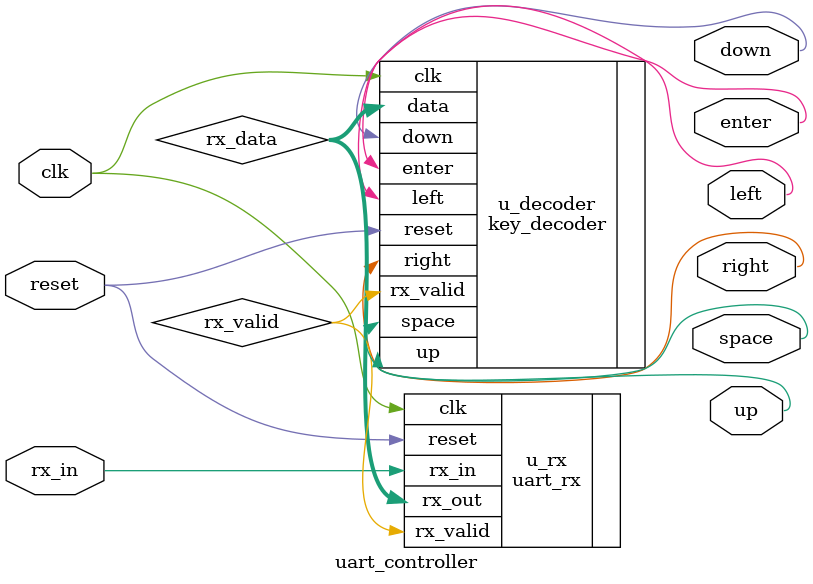
<source format=v>
module uart_controller (
    input  wire       clk,
    input  wire       reset,
    input  wire       rx_in,
    output wire       up,
    output wire       down,
    output wire       left,
    output wire       right,
    output wire       enter,
    output wire       space
);

    wire [7:0] rx_data;
    wire rx_valid;

    uart_rx u_rx (
        .clk(clk),
        .reset(reset),
        .rx_in(rx_in),
        .rx_out(rx_data),
        .rx_valid(rx_valid)
    );

    key_decoder u_decoder (
        .clk(clk),
        .reset(reset),
        .data(rx_data),
        .rx_valid(rx_valid),
        .up(up),
        .down(down),
        .left(left),
        .right(right),
        .enter(enter),
        .space(space)
    );

endmodule
</source>
